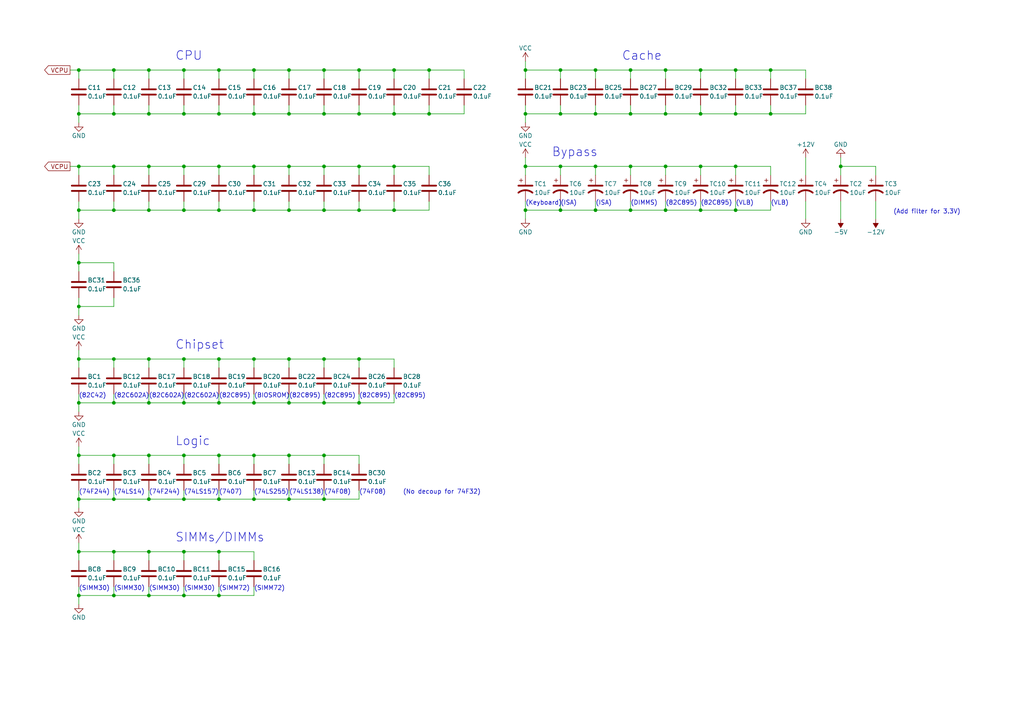
<source format=kicad_sch>
(kicad_sch (version 20231120) (generator "eeschema") (generator_version "8.0")
  (paper "A4")
  (lib_symbols
    (symbol "Device:C" (pin_numbers hide) (pin_names (offset 0.254))
      (property "Reference" "C" (at 0.635 2.54 0))
      (property "Value" "C" (at 0.635 -2.54 0))
      (symbol "C_0_1"
        (polyline (pts (xy -2.032 -0.762) (xy 2.032 -0.762)) (stroke (width 0.508)))
        (polyline (pts (xy -2.032 0.762) (xy 2.032 0.762)) (stroke (width 0.508)))
      )
      (symbol "C_1_1"
        (pin passive line (at 0 3.81 270) (length 2.794) (name "~") (number "1"))
        (pin passive line (at 0 -3.81 90) (length 2.794) (name "~") (number "2"))
      )
    )
    (symbol "Device:C_Polarized_US" (pin_numbers hide) (pin_names (offset 0.254) hide)
      (property "Reference" "C" (at 0.635 2.54 0))
      (property "Value" "C_Polarized_US" (at 0.635 -2.54 0))
      (symbol "C_Polarized_US_0_1"
        (polyline (pts (xy -2.032 0.762) (xy 2.032 0.762)) (stroke (width 0.508)))
        (polyline (pts (xy -1.778 2.286) (xy -0.762 2.286)))
        (polyline (pts (xy -1.27 1.778) (xy -1.27 2.794)))
        (arc (start 2.032 -1.27) (mid 0 -0.5572) (end -2.032 -1.27) (stroke (width 0.508)))
      )
      (symbol "C_Polarized_US_1_1"
        (pin passive line (at 0 3.81 270) (length 2.794) (name "~") (number "1"))
        (pin passive line (at 0 -3.81 90) (length 3.302) (name "~") (number "2"))
      )
    )
    (symbol "power:+12V" (power) (pin_names (offset 0))
      (property "Value" "+12V" (at 0 3.556 0))
      (symbol "+12V_0_1"
        (polyline (pts (xy -0.762 1.27) (xy 0 2.54)))
        (polyline (pts (xy 0 0) (xy 0 2.54)))
        (polyline (pts (xy 0 2.54) (xy 0.762 1.27)))
      )
      (symbol "+12V_1_1"
        (pin power_in line (at 0 0 90) (length 0) hide (name "+12V") (number "1"))
      )
    )
    (symbol "power:-12V" (power) (pin_names (offset 0))
      (property "Value" "-12V" (at 0 3.81 0))
      (symbol "-12V_0_0"
        (pin power_in line (at 0 0 90) (length 0) hide (name "-12V") (number "1"))
      )
      (symbol "-12V_0_1"
        (polyline (pts (xy 0 0) (xy 0 1.27) (xy 0.762 1.27) (xy 0 2.54) (xy -0.762 1.27) (xy 0 1.27)) (fill (type outline)))
      )
    )
    (symbol "power:-5V" (power) (pin_names (offset 0))
      (property "Value" "-5V" (at 0 3.81 0))
      (symbol "-5V_0_0"
        (pin power_in line (at 0 0 90) (length 0) hide (name "-5V") (number "1"))
      )
      (symbol "-5V_0_1"
        (polyline (pts (xy 0 0) (xy 0 1.27) (xy 0.762 1.27) (xy 0 2.54) (xy -0.762 1.27) (xy 0 1.27)) (fill (type outline)))
      )
    )
    (symbol "power:GND" (power) (pin_names (offset 0))
      (property "Value" "GND" (at 0 -3.81 0))
      (symbol "GND_0_1"
        (polyline (pts (xy 0 0) (xy 0 -1.27) (xy 1.27 -1.27) (xy 0 -2.54) (xy -1.27 -1.27) (xy 0 -1.27)))
      )
      (symbol "GND_1_1"
        (pin power_in line (at 0 0 270) (length 0) hide (name "GND") (number "1"))
      )
    )
    (symbol "power:VCC" (power) (pin_names (offset 0))
      (property "Value" "VCC" (at 0 3.81 0))
      (symbol "VCC_0_1"
        (polyline (pts (xy -0.762 1.27) (xy 0 2.54)))
        (polyline (pts (xy 0 0) (xy 0 2.54)))
        (polyline (pts (xy 0 2.54) (xy 0.762 1.27)))
      )
      (symbol "VCC_1_1"
        (pin power_in line (at 0 0 90) (length 0) hide (name "VCC") (number "1"))
      )
    )
  )
  (junction (at 104.14 116.84))
  (junction (at 53.34 172.72))
  (junction (at 53.34 116.84))
  (junction (at 73.66 132.08))
  (junction (at 203.2 20.32))
  (junction (at 43.18 33.02))
  (junction (at 73.66 48.26))
  (junction (at 43.18 116.84))
  (junction (at 63.5 116.84))
  (junction (at 73.66 144.78))
  (junction (at 162.56 20.32))
  (junction (at 43.18 104.14))
  (junction (at 203.2 60.96))
  (junction (at 124.46 20.32))
  (junction (at 33.02 132.08))
  (junction (at 33.02 172.72))
  (junction (at 33.02 144.78))
  (junction (at 213.36 33.02))
  (junction (at 93.98 48.26))
  (junction (at 33.02 116.84))
  (junction (at 33.02 160.02))
  (junction (at 73.66 60.96))
  (junction (at 43.18 172.72))
  (junction (at 22.86 20.32))
  (junction (at 53.34 144.78))
  (junction (at 43.18 48.26))
  (junction (at 53.34 132.08))
  (junction (at 63.5 104.14))
  (junction (at 22.86 132.08))
  (junction (at 83.82 60.96))
  (junction (at 43.18 132.08))
  (junction (at 22.86 160.02))
  (junction (at 33.02 104.14))
  (junction (at 223.52 20.32))
  (junction (at 93.98 132.08))
  (junction (at 213.36 20.32))
  (junction (at 63.5 33.02))
  (junction (at 22.86 48.26))
  (junction (at 83.82 104.14))
  (junction (at 104.14 104.14))
  (junction (at 43.18 60.96))
  (junction (at 93.98 144.78))
  (junction (at 152.4 33.02))
  (junction (at 63.5 60.96))
  (junction (at 22.86 116.84))
  (junction (at 43.18 160.02))
  (junction (at 104.14 60.96))
  (junction (at 83.82 33.02))
  (junction (at 43.18 144.78))
  (junction (at 53.34 160.02))
  (junction (at 73.66 116.84))
  (junction (at 53.34 48.26))
  (junction (at 73.66 20.32))
  (junction (at 83.82 116.84))
  (junction (at 53.34 33.02))
  (junction (at 104.14 20.32))
  (junction (at 22.86 172.72))
  (junction (at 22.86 33.02))
  (junction (at 193.04 20.32))
  (junction (at 83.82 48.26))
  (junction (at 182.88 33.02))
  (junction (at 93.98 20.32))
  (junction (at 63.5 172.72))
  (junction (at 193.04 60.96))
  (junction (at 53.34 60.96))
  (junction (at 53.34 20.32))
  (junction (at 63.5 132.08))
  (junction (at 53.34 104.14))
  (junction (at 162.56 33.02))
  (junction (at 114.3 20.32))
  (junction (at 22.86 104.14))
  (junction (at 172.72 48.26))
  (junction (at 93.98 116.84))
  (junction (at 83.82 132.08))
  (junction (at 223.52 33.02))
  (junction (at 22.86 144.78))
  (junction (at 213.36 48.26))
  (junction (at 73.66 104.14))
  (junction (at 63.5 160.02))
  (junction (at 63.5 20.32))
  (junction (at 33.02 20.32))
  (junction (at 124.46 33.02))
  (junction (at 93.98 60.96))
  (junction (at 182.88 20.32))
  (junction (at 213.36 60.96))
  (junction (at 83.82 20.32))
  (junction (at 83.82 144.78))
  (junction (at 104.14 33.02))
  (junction (at 114.3 60.96))
  (junction (at 162.56 48.26))
  (junction (at 104.14 48.26))
  (junction (at 182.88 48.26))
  (junction (at 63.5 144.78))
  (junction (at 193.04 33.02))
  (junction (at 152.4 60.96))
  (junction (at 152.4 20.32))
  (junction (at 22.86 88.9))
  (junction (at 114.3 48.26))
  (junction (at 22.86 76.2))
  (junction (at 33.02 33.02))
  (junction (at 152.4 48.26))
  (junction (at 73.66 33.02))
  (junction (at 114.3 33.02))
  (junction (at 182.88 60.96))
  (junction (at 162.56 60.96))
  (junction (at 63.5 48.26))
  (junction (at 93.98 33.02))
  (junction (at 203.2 48.26))
  (junction (at 203.2 33.02))
  (junction (at 172.72 33.02))
  (junction (at 193.04 48.26))
  (junction (at 43.18 20.32))
  (junction (at 172.72 20.32))
  (junction (at 93.98 104.14))
  (junction (at 172.72 60.96))
  (junction (at 22.86 60.96))
  (junction (at 33.02 48.26))
  (junction (at 33.02 60.96))
  (junction (at 243.84 48.26))
  (wire (pts (xy 43.18 132.08) (xy 53.34 132.08)))
  (wire (pts (xy 22.86 175.26) (xy 22.86 172.72)))
  (wire (pts (xy 83.82 58.42) (xy 83.82 60.96)))
  (wire (pts (xy 182.88 22.86) (xy 182.88 20.32)))
  (wire (pts (xy 63.5 132.08) (xy 73.66 132.08)))
  (wire (pts (xy 22.86 170.18) (xy 22.86 172.72)))
  (wire (pts (xy 172.72 20.32) (xy 182.88 20.32)))
  (wire (pts (xy 33.02 170.18) (xy 33.02 172.72)))
  (wire (pts (xy 22.86 35.56) (xy 22.86 33.02)))
  (wire (pts (xy 203.2 48.26) (xy 203.2 50.8)))
  (wire (pts (xy 162.56 58.42) (xy 162.56 60.96)))
  (wire (pts (xy 213.36 60.96) (xy 223.52 60.96)))
  (wire (pts (xy 182.88 60.96) (xy 193.04 60.96)))
  (wire (pts (xy 162.56 48.26) (xy 172.72 48.26)))
  (wire (pts (xy 53.34 172.72) (xy 63.5 172.72)))
  (wire (pts (xy 93.98 60.96) (xy 104.14 60.96)))
  (wire (pts (xy 152.4 17.78) (xy 152.4 20.32)))
  (wire (pts (xy 22.86 33.02) (xy 33.02 33.02)))
  (wire (pts (xy 33.02 58.42) (xy 33.02 60.96)))
  (wire (pts (xy 33.02 116.84) (xy 43.18 116.84)))
  (wire (pts (xy 33.02 132.08) (xy 33.02 134.62)))
  (wire (pts (xy 83.82 116.84) (xy 93.98 116.84)))
  (wire (pts (xy 63.5 172.72) (xy 73.66 172.72)))
  (wire (pts (xy 73.66 144.78) (xy 83.82 144.78)))
  (wire (pts (xy 172.72 20.32) (xy 172.72 22.86)))
  (wire (pts (xy 162.56 60.96) (xy 172.72 60.96)))
  (wire (pts (xy 172.72 33.02) (xy 182.88 33.02)))
  (wire (pts (xy 114.3 114.3) (xy 114.3 116.84)))
  (wire (pts (xy 73.66 104.14) (xy 83.82 104.14)))
  (wire (pts (xy 53.34 30.48) (xy 53.34 33.02)))
  (wire (pts (xy 243.84 58.42) (xy 243.84 63.5)))
  (wire (pts (xy 33.02 160.02) (xy 33.02 162.56)))
  (wire (pts (xy 43.18 104.14) (xy 43.18 106.68)))
  (wire (pts (xy 22.86 48.26) (xy 33.02 48.26)))
  (wire (pts (xy 73.66 114.3) (xy 73.66 116.84)))
  (wire (pts (xy 243.84 45.72) (xy 243.84 48.26)))
  (wire (pts (xy 83.82 104.14) (xy 83.82 106.68)))
  (wire (pts (xy 162.56 50.8) (xy 162.56 48.26)))
  (wire (pts (xy 33.02 142.24) (xy 33.02 144.78)))
  (wire (pts (xy 213.36 20.32) (xy 223.52 20.32)))
  (wire (pts (xy 93.98 33.02) (xy 104.14 33.02)))
  (wire (pts (xy 53.34 160.02) (xy 53.34 162.56)))
  (wire (pts (xy 22.86 119.38) (xy 22.86 116.84)))
  (wire (pts (xy 104.14 33.02) (xy 114.3 33.02)))
  (wire (pts (xy 43.18 172.72) (xy 53.34 172.72)))
  (wire (pts (xy 43.18 170.18) (xy 43.18 172.72)))
  (wire (pts (xy 124.46 20.32) (xy 134.62 20.32)))
  (wire (pts (xy 43.18 160.02) (xy 53.34 160.02)))
  (wire (pts (xy 53.34 20.32) (xy 53.34 22.86)))
  (wire (pts (xy 22.86 106.68) (xy 22.86 104.14)))
  (wire (pts (xy 93.98 114.3) (xy 93.98 116.84)))
  (wire (pts (xy 93.98 116.84) (xy 104.14 116.84)))
  (wire (pts (xy 73.66 60.96) (xy 83.82 60.96)))
  (wire (pts (xy 104.14 48.26) (xy 114.3 48.26)))
  (wire (pts (xy 213.36 48.26) (xy 223.52 48.26)))
  (wire (pts (xy 193.04 58.42) (xy 193.04 60.96)))
  (wire (pts (xy 104.14 48.26) (xy 104.14 50.8)))
  (wire (pts (xy 63.5 48.26) (xy 63.5 50.8)))
  (wire (pts (xy 33.02 60.96) (xy 43.18 60.96)))
  (wire (pts (xy 22.86 58.42) (xy 22.86 60.96)))
  (wire (pts (xy 22.86 63.5) (xy 22.86 60.96)))
  (wire (pts (xy 182.88 20.32) (xy 193.04 20.32)))
  (wire (pts (xy 63.5 114.3) (xy 63.5 116.84)))
  (wire (pts (xy 63.5 60.96) (xy 73.66 60.96)))
  (wire (pts (xy 73.66 20.32) (xy 83.82 20.32)))
  (wire (pts (xy 33.02 48.26) (xy 43.18 48.26)))
  (wire (pts (xy 22.86 101.6) (xy 22.86 104.14)))
  (wire (pts (xy 22.86 144.78) (xy 33.02 144.78)))
  (wire (pts (xy 73.66 30.48) (xy 73.66 33.02)))
  (wire (pts (xy 93.98 142.24) (xy 93.98 144.78)))
  (wire (pts (xy 213.36 33.02) (xy 223.52 33.02)))
  (wire (pts (xy 93.98 144.78) (xy 104.14 144.78)))
  (wire (pts (xy 73.66 48.26) (xy 73.66 50.8)))
  (wire (pts (xy 22.86 172.72) (xy 33.02 172.72)))
  (wire (pts (xy 53.34 142.24) (xy 53.34 144.78)))
  (wire (pts (xy 22.86 104.14) (xy 33.02 104.14)))
  (wire (pts (xy 93.98 20.32) (xy 104.14 20.32)))
  (wire (pts (xy 22.86 142.24) (xy 22.86 144.78)))
  (wire (pts (xy 83.82 48.26) (xy 83.82 50.8)))
  (wire (pts (xy 213.36 30.48) (xy 213.36 33.02)))
  (wire (pts (xy 93.98 58.42) (xy 93.98 60.96)))
  (wire (pts (xy 22.86 76.2) (xy 22.86 78.74)))
  (wire (pts (xy 22.86 76.2) (xy 33.02 76.2)))
  (wire (pts (xy 104.14 60.96) (xy 114.3 60.96)))
  (wire (pts (xy 22.86 160.02) (xy 33.02 160.02)))
  (wire (pts (xy 73.66 142.24) (xy 73.66 144.78)))
  (wire (pts (xy 43.18 30.48) (xy 43.18 33.02)))
  (wire (pts (xy 233.68 30.48) (xy 233.68 33.02)))
  (wire (pts (xy 53.34 116.84) (xy 63.5 116.84)))
  (wire (pts (xy 22.86 129.54) (xy 22.86 132.08)))
  (wire (pts (xy 22.86 132.08) (xy 33.02 132.08)))
  (wire (pts (xy 63.5 104.14) (xy 73.66 104.14)))
  (wire (pts (xy 182.88 30.48) (xy 182.88 33.02)))
  (wire (pts (xy 53.34 170.18) (xy 53.34 172.72)))
  (wire (pts (xy 63.5 170.18) (xy 63.5 172.72)))
  (wire (pts (xy 114.3 20.32) (xy 124.46 20.32)))
  (wire (pts (xy 22.86 162.56) (xy 22.86 160.02)))
  (wire (pts (xy 152.4 60.96) (xy 162.56 60.96)))
  (wire (pts (xy 193.04 48.26) (xy 203.2 48.26)))
  (wire (pts (xy 22.86 60.96) (xy 33.02 60.96)))
  (wire (pts (xy 53.34 58.42) (xy 53.34 60.96)))
  (wire (pts (xy 83.82 142.24) (xy 83.82 144.78)))
  (wire (pts (xy 114.3 33.02) (xy 124.46 33.02)))
  (wire (pts (xy 83.82 30.48) (xy 83.82 33.02)))
  (wire (pts (xy 93.98 20.32) (xy 93.98 22.86)))
  (wire (pts (xy 63.5 116.84) (xy 73.66 116.84)))
  (wire (pts (xy 63.5 160.02) (xy 63.5 162.56)))
  (wire (pts (xy 182.88 48.26) (xy 182.88 50.8)))
  (wire (pts (xy 33.02 172.72) (xy 43.18 172.72)))
  (wire (pts (xy 152.4 20.32) (xy 162.56 20.32)))
  (wire (pts (xy 152.4 58.42) (xy 152.4 60.96)))
  (wire (pts (xy 114.3 30.48) (xy 114.3 33.02)))
  (wire (pts (xy 172.72 48.26) (xy 172.72 50.8)))
  (wire (pts (xy 63.5 144.78) (xy 73.66 144.78)))
  (wire (pts (xy 114.3 104.14) (xy 114.3 106.68)))
  (wire (pts (xy 152.4 48.26) (xy 162.56 48.26)))
  (wire (pts (xy 223.52 20.32) (xy 233.68 20.32)))
  (wire (pts (xy 63.5 30.48) (xy 63.5 33.02)))
  (wire (pts (xy 83.82 104.14) (xy 93.98 104.14)))
  (wire (pts (xy 83.82 20.32) (xy 83.82 22.86)))
  (wire (pts (xy 53.34 104.14) (xy 63.5 104.14)))
  (wire (pts (xy 53.34 20.32) (xy 63.5 20.32)))
  (wire (pts (xy 104.14 20.32) (xy 114.3 20.32)))
  (wire (pts (xy 134.62 30.48) (xy 134.62 33.02)))
  (wire (pts (xy 43.18 104.14) (xy 53.34 104.14)))
  (wire (pts (xy 33.02 88.9) (xy 22.86 88.9)))
  (wire (pts (xy 172.72 48.26) (xy 182.88 48.26)))
  (wire (pts (xy 93.98 132.08) (xy 93.98 134.62)))
  (wire (pts (xy 93.98 30.48) (xy 93.98 33.02)))
  (wire (pts (xy 53.34 132.08) (xy 63.5 132.08)))
  (wire (pts (xy 53.34 114.3) (xy 53.34 116.84)))
  (wire (pts (xy 63.5 160.02) (xy 73.66 160.02)))
  (wire (pts (xy 114.3 48.26) (xy 124.46 48.26)))
  (wire (pts (xy 63.5 142.24) (xy 63.5 144.78)))
  (wire (pts (xy 33.02 104.14) (xy 43.18 104.14)))
  (wire (pts (xy 203.2 20.32) (xy 213.36 20.32)))
  (wire (pts (xy 233.68 20.32) (xy 233.68 22.86)))
  (wire (pts (xy 53.34 33.02) (xy 63.5 33.02)))
  (wire (pts (xy 22.86 114.3) (xy 22.86 116.84)))
  (wire (pts (xy 152.4 63.5) (xy 152.4 60.96)))
  (wire (pts (xy 83.82 144.78) (xy 93.98 144.78)))
  (wire (pts (xy 203.2 20.32) (xy 203.2 22.86)))
  (wire (pts (xy 172.72 58.42) (xy 172.72 60.96)))
  (wire (pts (xy 162.56 20.32) (xy 162.56 22.86)))
  (wire (pts (xy 243.84 48.26) (xy 254 48.26)))
  (wire (pts (xy 193.04 30.48) (xy 193.04 33.02)))
  (wire (pts (xy 114.3 48.26) (xy 114.3 50.8)))
  (wire (pts (xy 213.36 20.32) (xy 213.36 22.86)))
  (wire (pts (xy 124.46 48.26) (xy 124.46 50.8)))
  (wire (pts (xy 243.84 48.26) (xy 243.84 50.8)))
  (wire (pts (xy 83.82 48.26) (xy 93.98 48.26)))
  (wire (pts (xy 53.34 144.78) (xy 63.5 144.78)))
  (wire (pts (xy 213.36 48.26) (xy 213.36 50.8)))
  (wire (pts (xy 203.2 48.26) (xy 213.36 48.26)))
  (wire (pts (xy 193.04 33.02) (xy 203.2 33.02)))
  (wire (pts (xy 43.18 160.02) (xy 43.18 162.56)))
  (wire (pts (xy 33.02 20.32) (xy 33.02 22.86)))
  (wire (pts (xy 43.18 48.26) (xy 53.34 48.26)))
  (wire (pts (xy 43.18 58.42) (xy 43.18 60.96)))
  (wire (pts (xy 93.98 48.26) (xy 93.98 50.8)))
  (wire (pts (xy 73.66 48.26) (xy 83.82 48.26)))
  (wire (pts (xy 182.88 48.26) (xy 193.04 48.26)))
  (wire (pts (xy 124.46 33.02) (xy 134.62 33.02)))
  (wire (pts (xy 43.18 20.32) (xy 53.34 20.32)))
  (wire (pts (xy 193.04 60.96) (xy 203.2 60.96)))
  (wire (pts (xy 93.98 48.26) (xy 104.14 48.26)))
  (wire (pts (xy 22.86 91.44) (xy 22.86 88.9)))
  (wire (pts (xy 73.66 132.08) (xy 83.82 132.08)))
  (wire (pts (xy 104.14 104.14) (xy 114.3 104.14)))
  (wire (pts (xy 22.86 116.84) (xy 33.02 116.84)))
  (wire (pts (xy 104.14 22.86) (xy 104.14 20.32)))
  (wire (pts (xy 83.82 20.32) (xy 93.98 20.32)))
  (wire (pts (xy 43.18 20.32) (xy 43.18 22.86)))
  (wire (pts (xy 162.56 30.48) (xy 162.56 33.02)))
  (wire (pts (xy 43.18 144.78) (xy 53.34 144.78)))
  (wire (pts (xy 43.18 60.96) (xy 53.34 60.96)))
  (wire (pts (xy 83.82 132.08) (xy 83.82 134.62)))
  (wire (pts (xy 73.66 170.18) (xy 73.66 172.72)))
  (wire (pts (xy 104.14 30.48) (xy 104.14 33.02)))
  (wire (pts (xy 53.34 132.08) (xy 53.34 134.62)))
  (wire (pts (xy 93.98 104.14) (xy 93.98 106.68)))
  (wire (pts (xy 33.02 86.36) (xy 33.02 88.9)))
  (wire (pts (xy 124.46 58.42) (xy 124.46 60.96)))
  (wire (pts (xy 73.66 33.02) (xy 83.82 33.02)))
  (wire (pts (xy 22.86 20.32) (xy 33.02 20.32)))
  (wire (pts (xy 152.4 35.56) (xy 152.4 33.02)))
  (wire (pts (xy 93.98 132.08) (xy 104.14 132.08)))
  (wire (pts (xy 22.86 30.48) (xy 22.86 33.02)))
  (wire (pts (xy 223.52 33.02) (xy 233.68 33.02)))
  (wire (pts (xy 152.4 45.72) (xy 152.4 48.26)))
  (wire (pts (xy 73.66 116.84) (xy 83.82 116.84)))
  (wire (pts (xy 73.66 104.14) (xy 73.66 106.68)))
  (wire (pts (xy 124.46 20.32) (xy 124.46 22.86)))
  (wire (pts (xy 203.2 30.48) (xy 203.2 33.02)))
  (wire (pts (xy 33.02 132.08) (xy 43.18 132.08)))
  (wire (pts (xy 83.82 114.3) (xy 83.82 116.84)))
  (wire (pts (xy 63.5 104.14) (xy 63.5 106.68)))
  (wire (pts (xy 43.18 116.84) (xy 53.34 116.84)))
  (wire (pts (xy 53.34 50.8) (xy 53.34 48.26)))
  (wire (pts (xy 43.18 114.3) (xy 43.18 116.84)))
  (wire (pts (xy 53.34 48.26) (xy 63.5 48.26)))
  (wire (pts (xy 203.2 60.96) (xy 213.36 60.96)))
  (wire (pts (xy 114.3 60.96) (xy 124.46 60.96)))
  (wire (pts (xy 83.82 132.08) (xy 93.98 132.08)))
  (wire (pts (xy 33.02 76.2) (xy 33.02 78.74)))
  (wire (pts (xy 114.3 20.32) (xy 114.3 22.86)))
  (wire (pts (xy 182.88 33.02) (xy 193.04 33.02)))
  (wire (pts (xy 172.72 30.48) (xy 172.72 33.02)))
  (wire (pts (xy 93.98 104.14) (xy 104.14 104.14)))
  (wire (pts (xy 33.02 104.14) (xy 33.02 106.68)))
  (wire (pts (xy 104.14 142.24) (xy 104.14 144.78)))
  (wire (pts (xy 182.88 58.42) (xy 182.88 60.96)))
  (wire (pts (xy 193.04 20.32) (xy 193.04 22.86)))
  (wire (pts (xy 63.5 58.42) (xy 63.5 60.96)))
  (wire (pts (xy 33.02 160.02) (xy 43.18 160.02)))
  (wire (pts (xy 33.02 114.3) (xy 33.02 116.84)))
  (wire (pts (xy 53.34 60.96) (xy 63.5 60.96)))
  (wire (pts (xy 73.66 160.02) (xy 73.66 162.56)))
  (wire (pts (xy 22.86 157.48) (xy 22.86 160.02)))
  (wire (pts (xy 43.18 48.26) (xy 43.18 50.8)))
  (wire (pts (xy 162.56 20.32) (xy 172.72 20.32)))
  (wire (pts (xy 193.04 48.26) (xy 193.04 50.8)))
  (wire (pts (xy 22.86 134.62) (xy 22.86 132.08)))
  (wire (pts (xy 104.14 116.84) (xy 114.3 116.84)))
  (wire (pts (xy 104.14 132.08) (xy 104.14 134.62)))
  (wire (pts (xy 73.66 20.32) (xy 73.66 22.86)))
  (wire (pts (xy 33.02 20.32) (xy 43.18 20.32)))
  (wire (pts (xy 152.4 33.02) (xy 162.56 33.02)))
  (wire (pts (xy 233.68 58.42) (xy 233.68 63.5)))
  (wire (pts (xy 63.5 48.26) (xy 73.66 48.26)))
  (wire (pts (xy 53.34 160.02) (xy 63.5 160.02)))
  (wire (pts (xy 22.86 73.66) (xy 22.86 76.2)))
  (wire (pts (xy 152.4 20.32) (xy 152.4 22.86)))
  (wire (pts (xy 22.86 147.32) (xy 22.86 144.78)))
  (wire (pts (xy 63.5 20.32) (xy 63.5 22.86)))
  (wire (pts (xy 33.02 33.02) (xy 43.18 33.02)))
  (wire (pts (xy 83.82 33.02) (xy 93.98 33.02)))
  (wire (pts (xy 172.72 60.96) (xy 182.88 60.96)))
  (wire (pts (xy 22.86 22.86) (xy 22.86 20.32)))
  (wire (pts (xy 254 48.26) (xy 254 50.8)))
  (wire (pts (xy 223.52 48.26) (xy 223.52 50.8)))
  (wire (pts (xy 22.86 86.36) (xy 22.86 88.9)))
  (wire (pts (xy 33.02 144.78) (xy 43.18 144.78)))
  (wire (pts (xy 33.02 48.26) (xy 33.02 50.8)))
  (wire (pts (xy 233.68 45.72) (xy 233.68 50.8)))
  (wire (pts (xy 43.18 33.02) (xy 53.34 33.02)))
  (wire (pts (xy 223.52 30.48) (xy 223.52 33.02)))
  (wire (pts (xy 213.36 58.42) (xy 213.36 60.96)))
  (wire (pts (xy 73.66 132.08) (xy 73.66 134.62)))
  (wire (pts (xy 134.62 20.32) (xy 134.62 22.86)))
  (wire (pts (xy 63.5 20.32) (xy 73.66 20.32)))
  (wire (pts (xy 83.82 60.96) (xy 93.98 60.96)))
  (wire (pts (xy 203.2 58.42) (xy 203.2 60.96)))
  (wire (pts (xy 20.32 20.32) (xy 22.86 20.32)))
  (wire (pts (xy 20.32 48.26) (xy 22.86 48.26)))
  (wire (pts (xy 152.4 30.48) (xy 152.4 33.02)))
  (wire (pts (xy 43.18 132.08) (xy 43.18 134.62)))
  (wire (pts (xy 73.66 58.42) (xy 73.66 60.96)))
  (wire (pts (xy 162.56 33.02) (xy 172.72 33.02)))
  (wire (pts (xy 33.02 30.48) (xy 33.02 33.02)))
  (wire (pts (xy 63.5 132.08) (xy 63.5 134.62)))
  (wire (pts (xy 114.3 58.42) (xy 114.3 60.96)))
  (wire (pts (xy 104.14 114.3) (xy 104.14 116.84)))
  (wire (pts (xy 43.18 142.24) (xy 43.18 144.78)))
  (wire (pts (xy 223.52 20.32) (xy 223.52 22.86)))
  (wire (pts (xy 104.14 58.42) (xy 104.14 60.96)))
  (wire (pts (xy 53.34 104.14) (xy 53.34 106.68)))
  (wire (pts (xy 63.5 33.02) (xy 73.66 33.02)))
  (wire (pts (xy 203.2 33.02) (xy 213.36 33.02)))
  (wire (pts (xy 152.4 48.26) (xy 152.4 50.8)))
  (wire (pts (xy 254 58.42) (xy 254 63.5)))
  (wire (pts (xy 193.04 20.32) (xy 203.2 20.32)))
  (wire (pts (xy 223.52 58.42) (xy 223.52 60.96)))
  (wire (pts (xy 124.46 30.48) (xy 124.46 33.02)))
  (wire (pts (xy 104.14 104.14) (xy 104.14 106.68)))
  (wire (pts (xy 22.86 48.26) (xy 22.86 50.8)))
  (text "(Add filter for 3.3V)" (at 259.08 62.23 0) (effects (font (size 1.27 1.27)) (justify left bottom)))
  (text "(82C42)" (at 22.86 115.57 0) (effects (font (size 1.27 1.27)) (justify left bottom)))
  (text "Cache" (at 180.34 17.78 0) (effects (font (size 2.54 2.54)) (justify left bottom)))
  (text "(82C895)" (at 83.82 115.57 0) (effects (font (size 1.27 1.27)) (justify left bottom)))
  (text "(82C895)" (at 104.14 115.57 0) (effects (font (size 1.27 1.27)) (justify left bottom)))
  (text "(74F08)" (at 104.14 143.51 0) (effects (font (size 1.27 1.27)) (justify left bottom)))
  (text "(Keyboard)" (at 152.4 59.69 0) (effects (font (size 1.27 1.27)) (justify left bottom)))
  (text "Bypass" (at 160.02 45.72 0) (effects (font (size 2.54 2.54)) (justify left bottom)))
  (text "(VLB)" (at 223.52 59.69 0) (effects (font (size 1.27 1.27)) (justify left bottom)))
  (text "(74LS157)" (at 53.34 143.51 0) (effects (font (size 1.27 1.27)) (justify left bottom)))
  (text "(ISA)" (at 162.56 59.69 0) (effects (font (size 1.27 1.27)) (justify left bottom)))
  (text "(DIMMS)" (at 182.88 59.69 0) (effects (font (size 1.27 1.27)) (justify left bottom)))
  (text "(82C895)" (at 203.2 59.69 0) (effects (font (size 1.27 1.27)) (justify left bottom)))
  (text "(SIMM72)" (at 73.66 171.45 0) (effects (font (size 1.27 1.27)) (justify left bottom)))
  (text "(74F244)" (at 22.86 143.51 0) (effects (font (size 1.27 1.27)) (justify left bottom)))
  (text "(No decoup for 74F32)" (at 116.84 143.51 0) (effects (font (size 1.27 1.27)) (justify left bottom)))
  (text "(SIMM30)" (at 43.18 171.45 0) (effects (font (size 1.27 1.27)) (justify left bottom)))
  (text "(82C602A)" (at 53.34 115.57 0) (effects (font (size 1.27 1.27)) (justify left bottom)))
  (text "(7407)" (at 63.5 143.51 0) (effects (font (size 1.27 1.27)) (justify left bottom)))
  (text "(74LS138)" (at 83.82 143.51 0) (effects (font (size 1.27 1.27)) (justify left bottom)))
  (text "(82C895)" (at 114.3 115.57 0) (effects (font (size 1.27 1.27)) (justify left bottom)))
  (text "(SIMM72)" (at 63.5 171.45 0) (effects (font (size 1.27 1.27)) (justify left bottom)))
  (text "Logic" (at 50.8 129.54 0) (effects (font (size 2.54 2.54)) (justify left bottom)))
  (text "(SIMM30)" (at 53.34 171.45 0) (effects (font (size 1.27 1.27)) (justify left bottom)))
  (text "(SIMM30)" (at 33.02 171.45 0) (effects (font (size 1.27 1.27)) (justify left bottom)))
  (text "(BIOSROM)" (at 73.66 115.57 0) (effects (font (size 1.27 1.27)) (justify left bottom)))
  (text "(74F244)" (at 43.18 143.51 0) (effects (font (size 1.27 1.27)) (justify left bottom)))
  (text "(82C895)" (at 193.04 59.69 0) (effects (font (size 1.27 1.27)) (justify left bottom)))
  (text "(74F08)" (at 93.98 143.51 0) (effects (font (size 1.27 1.27)) (justify left bottom)))
  (text "SIMMs/DIMMs" (at 50.8 157.48 0) (effects (font (size 2.54 2.54)) (justify left bottom)))
  (text "(82C602A)" (at 33.02 115.57 0) (effects (font (size 1.27 1.27)) (justify left bottom)))
  (text "(74LS14)" (at 33.02 143.51 0) (effects (font (size 1.27 1.27)) (justify left bottom)))
  (text "(74LS255)" (at 73.66 143.51 0) (effects (font (size 1.27 1.27)) (justify left bottom)))
  (text "Chipset" (at 50.8 101.6 0) (effects (font (size 2.54 2.54)) (justify left bottom)))
  (text "CPU" (at 50.8 17.78 0) (effects (font (size 2.54 2.54)) (justify left bottom)))
  (text "(VLB)" (at 213.36 59.69 0) (effects (font (size 1.27 1.27)) (justify left bottom)))
  (text "(82C895)" (at 93.98 115.57 0) (effects (font (size 1.27 1.27)) (justify left bottom)))
  (text "(82C602A)" (at 43.18 115.57 0) (effects (font (size 1.27 1.27)) (justify left bottom)))
  (text "(SIMM30)" (at 22.86 171.45 0) (effects (font (size 1.27 1.27)) (justify left bottom)))
  (text "(ISA)" (at 172.72 59.69 0) (effects (font (size 1.27 1.27)) (justify left bottom)))
  (text "(82C895)" (at 63.5 115.57 0) (effects (font (size 1.27 1.27)) (justify left bottom)))
  (global_label "VCPU" (shape output) (at 20.32 48.26 180) (property "Intersheetrefs" "${INTERSHEET_REFS}" (effects (hide yes))))
  (global_label "VCPU" (shape output) (at 20.32 20.32 180) (property "Intersheetrefs" "${INTERSHEET_REFS}" (effects (hide yes))))
  (symbol (lib_id "Device:C") (at 33.02 166.37 0) (unit 1)
    (property "Reference" "BC9" (at 35.56 165.1 0) (effects (justify left)))
    (property "Value" "0.1uF" (at 35.56 167.64 0) (effects (justify left)))
    (property "Footprint" "Capacitor_SMD:C_0603_1608Metric_Pad1.08x0.95mm_HandSolder" (effects (hide yes)))
  )
  (symbol (lib_id "Device:C") (at 114.3 54.61 0) (unit 1)
    (property "Reference" "C35" (at 116.84 53.34 0) (effects (justify left)))
    (property "Value" "0.1uF" (at 116.84 55.88 0) (effects (justify left)))
    (property "Footprint" "Capacitor_SMD:C_0603_1608Metric_Pad1.08x0.95mm_HandSolder" (effects (hide yes)))
  )
  (symbol (lib_id "power:GND") (at 22.86 91.44 0) (unit 1)
    (property "Reference" "#PWR0478" (effects (hide yes)))
    (property "Value" "GND" (at 22.86 95.25 0))
  )
  (symbol (lib_id "Device:C_Polarized_US") (at 172.72 54.61 0) (unit 1)
    (property "Reference" "TC7" (at 175.26 53.34 0) (effects (justify left)))
    (property "Value" "10uF" (at 175.26 55.88 0) (effects (justify left)))
  )
  (symbol (lib_id "Device:C") (at 53.34 110.49 0) (unit 1)
    (property "Reference" "BC18" (at 55.88 109.22 0) (effects (justify left)))
    (property "Value" "0.1uF" (at 55.88 111.76 0) (effects (justify left)))
    (property "Footprint" "Capacitor_SMD:C_0603_1608Metric_Pad1.08x0.95mm_HandSolder" (effects (hide yes)))
  )
  (symbol (lib_id "power:GND") (at 233.68 63.5 0) (unit 1)
    (property "Reference" "#PWR0494" (effects (hide yes)))
    (property "Value" "GND" (at 233.68 67.31 0))
  )
  (symbol (lib_id "Device:C") (at 93.98 26.67 0) (unit 1)
    (property "Reference" "C18" (at 96.52 25.4 0) (effects (justify left)))
    (property "Value" "0.1uF" (at 96.52 27.94 0) (effects (justify left)))
    (property "Footprint" "Capacitor_SMD:C_0603_1608Metric_Pad1.08x0.95mm_HandSolder" (effects (hide yes)))
  )
  (symbol (lib_id "Device:C") (at 63.5 54.61 0) (unit 1)
    (property "Reference" "C30" (at 66.04 53.34 0) (effects (justify left)))
    (property "Value" "0.1uF" (at 66.04 55.88 0) (effects (justify left)))
    (property "Footprint" "Capacitor_SMD:C_0603_1608Metric_Pad1.08x0.95mm_HandSolder" (effects (hide yes)))
  )
  (symbol (lib_id "power:VCC") (at 152.4 45.72 0) (unit 1)
    (property "Reference" "#PWR0499" (effects (hide yes)))
    (property "Value" "VCC" (at 152.4 41.91 0))
  )
  (symbol (lib_id "Device:C") (at 73.66 26.67 0) (unit 1)
    (property "Reference" "C16" (at 76.2 25.4 0) (effects (justify left)))
    (property "Value" "0.1uF" (at 76.2 27.94 0) (effects (justify left)))
    (property "Footprint" "Capacitor_SMD:C_0603_1608Metric_Pad1.08x0.95mm_HandSolder" (effects (hide yes)))
  )
  (symbol (lib_id "Device:C") (at 53.34 54.61 0) (unit 1)
    (property "Reference" "C29" (at 55.88 53.34 0) (effects (justify left)))
    (property "Value" "0.1uF" (at 55.88 55.88 0) (effects (justify left)))
    (property "Footprint" "Capacitor_SMD:C_0603_1608Metric_Pad1.08x0.95mm_HandSolder" (effects (hide yes)))
  )
  (symbol (lib_id "Device:C") (at 73.66 110.49 0) (unit 1)
    (property "Reference" "BC20" (at 76.2 109.22 0) (effects (justify left)))
    (property "Value" "0.1uF" (at 76.2 111.76 0) (effects (justify left)))
    (property "Footprint" "Capacitor_SMD:C_0603_1608Metric_Pad1.08x0.95mm_HandSolder" (effects (hide yes)))
  )
  (symbol (lib_id "Device:C") (at 63.5 166.37 0) (unit 1)
    (property "Reference" "BC15" (at 66.04 165.1 0) (effects (justify left)))
    (property "Value" "0.1uF" (at 66.04 167.64 0) (effects (justify left)))
    (property "Footprint" "Capacitor_SMD:C_0603_1608Metric_Pad1.08x0.95mm_HandSolder" (effects (hide yes)))
  )
  (symbol (lib_id "Device:C") (at 43.18 110.49 0) (unit 1)
    (property "Reference" "BC17" (at 45.72 109.22 0) (effects (justify left)))
    (property "Value" "0.1uF" (at 45.72 111.76 0) (effects (justify left)))
    (property "Footprint" "Capacitor_SMD:C_0603_1608Metric_Pad1.08x0.95mm_HandSolder" (effects (hide yes)))
  )
  (symbol (lib_id "power:VCC") (at 22.86 129.54 0) (unit 1)
    (property "Reference" "#PWR0475" (effects (hide yes)))
    (property "Value" "VCC" (at 22.86 125.73 0))
  )
  (symbol (lib_id "Device:C") (at 63.5 110.49 0) (unit 1)
    (property "Reference" "BC19" (at 66.04 109.22 0) (effects (justify left)))
    (property "Value" "0.1uF" (at 66.04 111.76 0) (effects (justify left)))
    (property "Footprint" "Capacitor_SMD:C_0603_1608Metric_Pad1.08x0.95mm_HandSolder" (effects (hide yes)))
  )
  (symbol (lib_id "Device:C_Polarized_US") (at 162.56 54.61 0) (unit 1)
    (property "Reference" "TC6" (at 165.1 53.34 0) (effects (justify left)))
    (property "Value" "10uF" (at 165.1 55.88 0) (effects (justify left)))
  )
  (symbol (lib_id "Device:C") (at 104.14 138.43 0) (unit 1)
    (property "Reference" "BC30" (at 106.68 137.16 0) (effects (justify left)))
    (property "Value" "0.1uF" (at 106.68 139.7 0) (effects (justify left)))
    (property "Footprint" "Capacitor_SMD:C_0603_1608Metric_Pad1.08x0.95mm_HandSolder" (effects (hide yes)))
  )
  (symbol (lib_id "power:-5V") (at 243.84 63.5 180) (unit 1)
    (property "Reference" "#PWR0495" (effects (hide yes)))
    (property "Value" "-5V" (at 243.84 67.31 0))
  )
  (symbol (lib_id "Device:C") (at 33.02 26.67 0) (unit 1)
    (property "Reference" "C12" (at 35.56 25.4 0) (effects (justify left)))
    (property "Value" "0.1uF" (at 35.56 27.94 0) (effects (justify left)))
    (property "Footprint" "Capacitor_SMD:C_0603_1608Metric_Pad1.08x0.95mm_HandSolder" (effects (hide yes)))
  )
  (symbol (lib_id "Device:C") (at 73.66 166.37 0) (unit 1)
    (property "Reference" "BC16" (at 76.2 165.1 0) (effects (justify left)))
    (property "Value" "0.1uF" (at 76.2 167.64 0) (effects (justify left)))
    (property "Footprint" "Capacitor_SMD:C_0603_1608Metric_Pad1.08x0.95mm_HandSolder" (effects (hide yes)))
  )
  (symbol (lib_id "power:VCC") (at 22.86 157.48 0) (unit 1)
    (property "Reference" "#PWR0252" (effects (hide yes)))
    (property "Value" "VCC" (at 22.86 153.67 0))
  )
  (symbol (lib_id "Device:C") (at 134.62 26.67 0) (unit 1)
    (property "Reference" "C22" (at 137.16 25.4 0) (effects (justify left)))
    (property "Value" "0.1uF" (at 137.16 27.94 0) (effects (justify left)))
    (property "Footprint" "Capacitor_SMD:C_0603_1608Metric_Pad1.08x0.95mm_HandSolder" (effects (hide yes)))
  )
  (symbol (lib_id "Device:C") (at 223.52 26.67 0) (unit 1)
    (property "Reference" "BC37" (at 226.06 25.4 0) (effects (justify left)))
    (property "Value" "0.1uF" (at 226.06 27.94 0) (effects (justify left)))
    (property "Footprint" "Capacitor_SMD:C_0603_1608Metric_Pad1.08x0.95mm_HandSolder" (effects (hide yes)))
  )
  (symbol (lib_id "Device:C") (at 33.02 54.61 0) (unit 1)
    (property "Reference" "C24" (at 35.56 53.34 0) (effects (justify left)))
    (property "Value" "0.1uF" (at 35.56 55.88 0) (effects (justify left)))
    (property "Footprint" "Capacitor_SMD:C_0603_1608Metric_Pad1.08x0.95mm_HandSolder" (effects (hide yes)))
  )
  (symbol (lib_id "power:GND") (at 22.86 35.56 0) (unit 1)
    (property "Reference" "#PWR0482" (effects (hide yes)))
    (property "Value" "GND" (at 22.86 39.37 0))
  )
  (symbol (lib_id "power:GND") (at 152.4 63.5 0) (unit 1)
    (property "Reference" "#PWR0498" (effects (hide yes)))
    (property "Value" "GND" (at 152.4 67.31 0))
  )
  (symbol (lib_id "Device:C") (at 182.88 26.67 0) (unit 1)
    (property "Reference" "BC27" (at 185.42 25.4 0) (effects (justify left)))
    (property "Value" "0.1uF" (at 185.42 27.94 0) (effects (justify left)))
    (property "Footprint" "Capacitor_SMD:C_0603_1608Metric_Pad1.08x0.95mm_HandSolder" (effects (hide yes)))
  )
  (symbol (lib_id "Device:C") (at 172.72 26.67 0) (unit 1)
    (property "Reference" "BC25" (at 175.26 25.4 0) (effects (justify left)))
    (property "Value" "0.1uF" (at 175.26 27.94 0) (effects (justify left)))
    (property "Footprint" "Capacitor_SMD:C_0603_1608Metric_Pad1.08x0.95mm_HandSolder" (effects (hide yes)))
  )
  (symbol (lib_id "Device:C_Polarized_US") (at 203.2 54.61 0) (unit 1)
    (property "Reference" "TC10" (at 205.74 53.34 0) (effects (justify left)))
    (property "Value" "10uF" (at 205.74 55.88 0) (effects (justify left)))
  )
  (symbol (lib_id "power:+12V") (at 233.68 45.72 0) (unit 1)
    (property "Reference" "#PWR0493" (effects (hide yes)))
    (property "Value" "+12V" (at 233.68 41.91 0))
  )
  (symbol (lib_id "Device:C_Polarized_US") (at 254 54.61 0) (unit 1)
    (property "Reference" "TC3" (at 256.54 53.34 0) (effects (justify left)))
    (property "Value" "10uF" (at 256.54 55.88 0) (effects (justify left)))
  )
  (symbol (lib_id "Device:C") (at 83.82 26.67 0) (unit 1)
    (property "Reference" "C17" (at 86.36 25.4 0) (effects (justify left)))
    (property "Value" "0.1uF" (at 86.36 27.94 0) (effects (justify left)))
    (property "Footprint" "Capacitor_SMD:C_0603_1608Metric_Pad1.08x0.95mm_HandSolder" (effects (hide yes)))
  )
  (symbol (lib_id "Device:C") (at 233.68 26.67 0) (unit 1)
    (property "Reference" "BC38" (at 236.22 25.4 0) (effects (justify left)))
    (property "Value" "0.1uF" (at 236.22 27.94 0) (effects (justify left)))
    (property "Footprint" "Capacitor_SMD:C_0603_1608Metric_Pad1.08x0.95mm_HandSolder" (effects (hide yes)))
  )
  (symbol (lib_id "Device:C_Polarized_US") (at 152.4 54.61 0) (unit 1)
    (property "Reference" "TC1" (at 154.94 53.34 0) (effects (justify left)))
    (property "Value" "10uF" (at 154.94 55.88 0) (effects (justify left)))
  )
  (symbol (lib_id "Device:C") (at 73.66 54.61 0) (unit 1)
    (property "Reference" "C31" (at 76.2 53.34 0) (effects (justify left)))
    (property "Value" "0.1uF" (at 76.2 55.88 0) (effects (justify left)))
    (property "Footprint" "Capacitor_SMD:C_0603_1608Metric_Pad1.08x0.95mm_HandSolder" (effects (hide yes)))
  )
  (symbol (lib_id "Device:C") (at 83.82 110.49 0) (unit 1)
    (property "Reference" "BC22" (at 86.36 109.22 0) (effects (justify left)))
    (property "Value" "0.1uF" (at 86.36 111.76 0) (effects (justify left)))
    (property "Footprint" "Capacitor_SMD:C_0603_1608Metric_Pad1.08x0.95mm_HandSolder" (effects (hide yes)))
  )
  (symbol (lib_id "Device:C") (at 22.86 166.37 0) (unit 1)
    (property "Reference" "BC8" (at 25.4 165.1 0) (effects (justify left)))
    (property "Value" "0.1uF" (at 25.4 167.64 0) (effects (justify left)))
    (property "Footprint" "Capacitor_SMD:C_0603_1608Metric_Pad1.08x0.95mm_HandSolder" (effects (hide yes)))
  )
  (symbol (lib_id "Device:C") (at 83.82 54.61 0) (unit 1)
    (property "Reference" "C32" (at 86.36 53.34 0) (effects (justify left)))
    (property "Value" "0.1uF" (at 86.36 55.88 0) (effects (justify left)))
    (property "Footprint" "Capacitor_SMD:C_0603_1608Metric_Pad1.08x0.95mm_HandSolder" (effects (hide yes)))
  )
  (symbol (lib_id "Device:C") (at 124.46 54.61 0) (unit 1)
    (property "Reference" "C36" (at 127 53.34 0) (effects (justify left)))
    (property "Value" "0.1uF" (at 127 55.88 0) (effects (justify left)))
    (property "Footprint" "Capacitor_SMD:C_0603_1608Metric_Pad1.08x0.95mm_HandSolder" (effects (hide yes)))
  )
  (symbol (lib_id "Device:C_Polarized_US") (at 223.52 54.61 0) (unit 1)
    (property "Reference" "TC12" (at 226.06 53.34 0) (effects (justify left)))
    (property "Value" "10uF" (at 226.06 55.88 0) (effects (justify left)))
  )
  (symbol (lib_id "power:GND") (at 22.86 119.38 0) (unit 1)
    (property "Reference" "#PWR0476" (effects (hide yes)))
    (property "Value" "GND" (at 22.86 123.19 0))
  )
  (symbol (lib_id "Device:C") (at 104.14 54.61 0) (unit 1)
    (property "Reference" "C34" (at 106.68 53.34 0) (effects (justify left)))
    (property "Value" "0.1uF" (at 106.68 55.88 0) (effects (justify left)))
    (property "Footprint" "Capacitor_SMD:C_0603_1608Metric_Pad1.08x0.95mm_HandSolder" (effects (hide yes)))
  )
  (symbol (lib_id "Device:C") (at 203.2 26.67 0) (unit 1)
    (property "Reference" "BC32" (at 205.74 25.4 0) (effects (justify left)))
    (property "Value" "0.1uF" (at 205.74 27.94 0) (effects (justify left)))
    (property "Footprint" "Capacitor_SMD:C_0603_1608Metric_Pad1.08x0.95mm_HandSolder" (effects (hide yes)))
  )
  (symbol (lib_id "Device:C") (at 93.98 110.49 0) (unit 1)
    (property "Reference" "BC24" (at 96.52 109.22 0) (effects (justify left)))
    (property "Value" "0.1uF" (at 96.52 111.76 0) (effects (justify left)))
    (property "Footprint" "Capacitor_SMD:C_0603_1608Metric_Pad1.08x0.95mm_HandSolder" (effects (hide yes)))
  )
  (symbol (lib_id "Device:C") (at 63.5 26.67 0) (unit 1)
    (property "Reference" "C15" (at 66.04 25.4 0) (effects (justify left)))
    (property "Value" "0.1uF" (at 66.04 27.94 0) (effects (justify left)))
    (property "Footprint" "Capacitor_SMD:C_0603_1608Metric_Pad1.08x0.95mm_HandSolder" (effects (hide yes)))
  )
  (symbol (lib_id "Device:C") (at 53.34 138.43 0) (unit 1)
    (property "Reference" "BC5" (at 55.88 137.16 0) (effects (justify left)))
    (property "Value" "0.1uF" (at 55.88 139.7 0) (effects (justify left)))
    (property "Footprint" "Capacitor_SMD:C_0603_1608Metric_Pad1.08x0.95mm_HandSolder" (effects (hide yes)))
  )
  (symbol (lib_id "Device:C") (at 104.14 26.67 0) (unit 1)
    (property "Reference" "C19" (at 106.68 25.4 0) (effects (justify left)))
    (property "Value" "0.1uF" (at 106.68 27.94 0) (effects (justify left)))
    (property "Footprint" "Capacitor_SMD:C_0603_1608Metric_Pad1.08x0.95mm_HandSolder" (effects (hide yes)))
  )
  (symbol (lib_id "Device:C") (at 104.14 110.49 0) (unit 1)
    (property "Reference" "BC26" (at 106.68 109.22 0) (effects (justify left)))
    (property "Value" "0.1uF" (at 106.68 111.76 0) (effects (justify left)))
    (property "Footprint" "Capacitor_SMD:C_0603_1608Metric_Pad1.08x0.95mm_HandSolder" (effects (hide yes)))
  )
  (symbol (lib_id "Device:C") (at 22.86 54.61 0) (unit 1)
    (property "Reference" "C23" (at 25.4 53.34 0) (effects (justify left)))
    (property "Value" "0.1uF" (at 25.4 55.88 0) (effects (justify left)))
    (property "Footprint" "Capacitor_SMD:C_0603_1608Metric_Pad1.08x0.95mm_HandSolder" (effects (hide yes)))
  )
  (symbol (lib_id "power:-12V") (at 254 63.5 180) (unit 1)
    (property "Reference" "#PWR0496" (effects (hide yes)))
    (property "Value" "-12V" (at 254 67.31 0))
  )
  (symbol (lib_id "Device:C_Polarized_US") (at 182.88 54.61 0) (unit 1)
    (property "Reference" "TC8" (at 185.42 53.34 0) (effects (justify left)))
    (property "Value" "10uF" (at 185.42 55.88 0) (effects (justify left)))
  )
  (symbol (lib_id "power:VCC") (at 22.86 101.6 0) (unit 1)
    (property "Reference" "#PWR0477" (effects (hide yes)))
    (property "Value" "VCC" (at 22.86 97.79 0))
  )
  (symbol (lib_id "Device:C_Polarized_US") (at 193.04 54.61 0) (unit 1)
    (property "Reference" "TC9" (at 195.58 53.34 0) (effects (justify left)))
    (property "Value" "10uF" (at 195.58 55.88 0) (effects (justify left)))
  )
  (symbol (lib_id "Device:C") (at 22.86 82.55 0) (unit 1)
    (property "Reference" "BC31" (at 25.4 81.28 0) (effects (justify left)))
    (property "Value" "0.1uF" (at 25.4 83.82 0) (effects (justify left)))
    (property "Footprint" "Capacitor_SMD:C_0603_1608Metric_Pad1.08x0.95mm_HandSolder" (effects (hide yes)))
  )
  (symbol (lib_id "Device:C") (at 193.04 26.67 0) (unit 1)
    (property "Reference" "BC29" (at 195.58 25.4 0) (effects (justify left)))
    (property "Value" "0.1uF" (at 195.58 27.94 0) (effects (justify left)))
    (property "Footprint" "Capacitor_SMD:C_0603_1608Metric_Pad1.08x0.95mm_HandSolder" (effects (hide yes)))
  )
  (symbol (lib_id "Device:C") (at 162.56 26.67 0) (unit 1)
    (property "Reference" "BC23" (at 165.1 25.4 0) (effects (justify left)))
    (property "Value" "0.1uF" (at 165.1 27.94 0) (effects (justify left)))
    (property "Footprint" "Capacitor_SMD:C_0603_1608Metric_Pad1.08x0.95mm_HandSolder" (effects (hide yes)))
  )
  (symbol (lib_id "power:VCC") (at 22.86 73.66 0) (unit 1)
    (property "Reference" "#PWR0480" (effects (hide yes)))
    (property "Value" "VCC" (at 22.86 69.85 0))
  )
  (symbol (lib_id "power:GND") (at 152.4 35.56 0) (unit 1)
    (property "Reference" "#PWR0484" (effects (hide yes)))
    (property "Value" "GND" (at 152.4 39.37 0))
  )
  (symbol (lib_id "Device:C") (at 53.34 26.67 0) (unit 1)
    (property "Reference" "C14" (at 55.88 25.4 0) (effects (justify left)))
    (property "Value" "0.1uF" (at 55.88 27.94 0) (effects (justify left)))
    (property "Footprint" "Capacitor_SMD:C_0603_1608Metric_Pad1.08x0.95mm_HandSolder" (effects (hide yes)))
  )
  (symbol (lib_id "Device:C") (at 63.5 138.43 0) (unit 1)
    (property "Reference" "BC6" (at 66.04 137.16 0) (effects (justify left)))
    (property "Value" "0.1uF" (at 66.04 139.7 0) (effects (justify left)))
    (property "Footprint" "Capacitor_SMD:C_0603_1608Metric_Pad1.08x0.95mm_HandSolder" (effects (hide yes)))
  )
  (symbol (lib_id "Device:C") (at 73.66 138.43 0) (unit 1)
    (property "Reference" "BC7" (at 76.2 137.16 0) (effects (justify left)))
    (property "Value" "0.1uF" (at 76.2 139.7 0) (effects (justify left)))
    (property "Footprint" "Capacitor_SMD:C_0603_1608Metric_Pad1.08x0.95mm_HandSolder" (effects (hide yes)))
  )
  (symbol (lib_id "Device:C") (at 93.98 138.43 0) (unit 1)
    (property "Reference" "BC14" (at 96.52 137.16 0) (effects (justify left)))
    (property "Value" "0.1uF" (at 96.52 139.7 0) (effects (justify left)))
    (property "Footprint" "Capacitor_SMD:C_0603_1608Metric_Pad1.08x0.95mm_HandSolder" (effects (hide yes)))
  )
  (symbol (lib_id "Device:C") (at 53.34 166.37 0) (unit 1)
    (property "Reference" "BC11" (at 55.88 165.1 0) (effects (justify left)))
    (property "Value" "0.1uF" (at 55.88 167.64 0) (effects (justify left)))
    (property "Footprint" "Capacitor_SMD:C_0603_1608Metric_Pad1.08x0.95mm_HandSolder" (effects (hide yes)))
  )
  (symbol (lib_id "Device:C") (at 22.86 138.43 0) (unit 1)
    (property "Reference" "BC2" (at 25.4 137.16 0) (effects (justify left)))
    (property "Value" "0.1uF" (at 25.4 139.7 0) (effects (justify left)))
    (property "Footprint" "Capacitor_SMD:C_0603_1608Metric_Pad1.08x0.95mm_HandSolder" (effects (hide yes)))
  )
  (symbol (lib_id "Device:C") (at 114.3 26.67 0) (unit 1)
    (property "Reference" "C20" (at 116.84 25.4 0) (effects (justify left)))
    (property "Value" "0.1uF" (at 116.84 27.94 0) (effects (justify left)))
    (property "Footprint" "Capacitor_SMD:C_0603_1608Metric_Pad1.08x0.95mm_HandSolder" (effects (hide yes)))
  )
  (symbol (lib_id "Device:C") (at 213.36 26.67 0) (unit 1)
    (property "Reference" "BC33" (at 215.9 25.4 0) (effects (justify left)))
    (property "Value" "0.1uF" (at 215.9 27.94 0) (effects (justify left)))
    (property "Footprint" "Capacitor_SMD:C_0603_1608Metric_Pad1.08x0.95mm_HandSolder" (effects (hide yes)))
  )
  (symbol (lib_id "Device:C_Polarized_US") (at 213.36 54.61 0) (unit 1)
    (property "Reference" "TC11" (at 215.9 53.34 0) (effects (justify left)))
    (property "Value" "10uF" (at 215.9 55.88 0) (effects (justify left)))
  )
  (symbol (lib_id "Device:C") (at 33.02 138.43 0) (unit 1)
    (property "Reference" "BC3" (at 35.56 137.16 0) (effects (justify left)))
    (property "Value" "0.1uF" (at 35.56 139.7 0) (effects (justify left)))
    (property "Footprint" "Capacitor_SMD:C_0603_1608Metric_Pad1.08x0.95mm_HandSolder" (effects (hide yes)))
  )
  (symbol (lib_id "Device:C") (at 43.18 26.67 0) (unit 1)
    (property "Reference" "C13" (at 45.72 25.4 0) (effects (justify left)))
    (property "Value" "0.1uF" (at 45.72 27.94 0) (effects (justify left)))
    (property "Footprint" "Capacitor_SMD:C_0603_1608Metric_Pad1.08x0.95mm_HandSolder" (effects (hide yes)))
  )
  (symbol (lib_id "Device:C_Polarized_US") (at 233.68 54.61 0) (unit 1)
    (property "Reference" "TC4" (at 236.22 53.34 0) (effects (justify left)))
    (property "Value" "10uF" (at 236.22 55.88 0) (effects (justify left)))
  )
  (symbol (lib_id "Device:C") (at 33.02 82.55 0) (unit 1)
    (property "Reference" "BC36" (at 35.56 81.28 0) (effects (justify left)))
    (property "Value" "0.1uF" (at 35.56 83.82 0) (effects (justify left)))
    (property "Footprint" "Capacitor_SMD:C_0603_1608Metric_Pad1.08x0.95mm_HandSolder" (effects (hide yes)))
  )
  (symbol (lib_id "Device:C") (at 22.86 26.67 0) (unit 1)
    (property "Reference" "C11" (at 25.4 25.4 0) (effects (justify left)))
    (property "Value" "0.1uF" (at 25.4 27.94 0) (effects (justify left)))
    (property "Footprint" "Capacitor_SMD:C_0603_1608Metric_Pad1.08x0.95mm_HandSolder" (effects (hide yes)))
  )
  (symbol (lib_id "power:VCC") (at 152.4 17.78 0) (unit 1)
    (property "Reference" "#PWR0483" (effects (hide yes)))
    (property "Value" "VCC" (at 152.4 13.97 0))
  )
  (symbol (lib_id "Device:C") (at 83.82 138.43 0) (unit 1)
    (property "Reference" "BC13" (at 86.36 137.16 0) (effects (justify left)))
    (property "Value" "0.1uF" (at 86.36 139.7 0) (effects (justify left)))
    (property "Footprint" "Capacitor_SMD:C_0603_1608Metric_Pad1.08x0.95mm_HandSolder" (effects (hide yes)))
  )
  (symbol (lib_id "Device:C") (at 33.02 110.49 0) (unit 1)
    (property "Reference" "BC12" (at 35.56 109.22 0) (effects (justify left)))
    (property "Value" "0.1uF" (at 35.56 111.76 0) (effects (justify left)))
    (property "Footprint" "Capacitor_SMD:C_0603_1608Metric_Pad1.08x0.95mm_HandSolder" (effects (hide yes)))
  )
  (symbol (lib_id "Device:C") (at 43.18 138.43 0) (unit 1)
    (property "Reference" "BC4" (at 45.72 137.16 0) (effects (justify left)))
    (property "Value" "0.1uF" (at 45.72 139.7 0) (effects (justify left)))
    (property "Footprint" "Capacitor_SMD:C_0603_1608Metric_Pad1.08x0.95mm_HandSolder" (effects (hide yes)))
  )
  (symbol (lib_id "Device:C") (at 124.46 26.67 0) (unit 1)
    (property "Reference" "C21" (at 127 25.4 0) (effects (justify left)))
    (property "Value" "0.1uF" (at 127 27.94 0) (effects (justify left)))
    (property "Footprint" "Capacitor_SMD:C_0603_1608Metric_Pad1.08x0.95mm_HandSolder" (effects (hide yes)))
  )
  (symbol (lib_id "power:GND") (at 22.86 63.5 0) (unit 1)
    (property "Reference" "#PWR0481" (effects (hide yes)))
    (property "Value" "GND" (at 22.86 67.31 0))
  )
  (symbol (lib_id "Device:C") (at 43.18 54.61 0) (unit 1)
    (property "Reference" "C25" (at 45.72 53.34 0) (effects (justify left)))
    (property "Value" "0.1uF" (at 45.72 55.88 0) (effects (justify left)))
    (property "Footprint" "Capacitor_SMD:C_0603_1608Metric_Pad1.08x0.95mm_HandSolder" (effects (hide yes)))
  )
  (symbol (lib_id "Device:C") (at 93.98 54.61 0) (unit 1)
    (property "Reference" "C33" (at 96.52 53.34 0) (effects (justify left)))
    (property "Value" "0.1uF" (at 96.52 55.88 0) (effects (justify left)))
    (property "Footprint" "Capacitor_SMD:C_0603_1608Metric_Pad1.08x0.95mm_HandSolder" (effects (hide yes)))
  )
  (symbol (lib_id "power:GND") (at 22.86 147.32 0) (unit 1)
    (property "Reference" "#PWR0479" (effects (hide yes)))
    (property "Value" "GND" (at 22.86 151.13 0))
  )
  (symbol (lib_id "Device:C_Polarized_US") (at 243.84 54.61 0) (unit 1)
    (property "Reference" "TC2" (at 246.38 53.34 0) (effects (justify left)))
    (property "Value" "10uF" (at 246.38 55.88 0) (effects (justify left)))
  )
  (symbol (lib_id "Device:C") (at 114.3 110.49 0) (unit 1)
    (property "Reference" "BC28" (at 116.84 109.22 0) (effects (justify left)))
    (property "Value" "0.1uF" (at 116.84 111.76 0) (effects (justify left)))
    (property "Footprint" "Capacitor_SMD:C_0603_1608Metric_Pad1.08x0.95mm_HandSolder" (effects (hide yes)))
  )
  (symbol (lib_id "power:GND") (at 22.86 175.26 0) (unit 1)
    (property "Reference" "#PWR0474" (effects (hide yes)))
    (property "Value" "GND" (at 22.86 179.07 0))
  )
  (symbol (lib_id "Device:C") (at 22.86 110.49 0) (unit 1)
    (property "Reference" "BC1" (at 25.4 109.22 0) (effects (justify left)))
    (property "Value" "0.1uF" (at 25.4 111.76 0) (effects (justify left)))
    (property "Footprint" "Capacitor_SMD:C_0603_1608Metric_Pad1.08x0.95mm_HandSolder" (effects (hide yes)))
  )
  (symbol (lib_id "Device:C") (at 152.4 26.67 0) (unit 1)
    (property "Reference" "BC21" (at 154.94 25.4 0) (effects (justify left)))
    (property "Value" "0.1uF" (at 154.94 27.94 0) (effects (justify left)))
    (property "Footprint" "Capacitor_SMD:C_0603_1608Metric_Pad1.08x0.95mm_HandSolder" (effects (hide yes)))
  )
  (symbol (lib_id "Device:C") (at 43.18 166.37 0) (unit 1)
    (property "Reference" "BC10" (at 45.72 165.1 0) (effects (justify left)))
    (property "Value" "0.1uF" (at 45.72 167.64 0) (effects (justify left)))
    (property "Footprint" "Capacitor_SMD:C_0603_1608Metric_Pad1.08x0.95mm_HandSolder" (effects (hide yes)))
  )
  (symbol (lib_id "power:GND") (at 243.84 45.72 180) (unit 1)
    (property "Reference" "#PWR0497" (effects (hide yes)))
    (property "Value" "GND" (at 243.84 41.91 0))
  )
)
</source>
